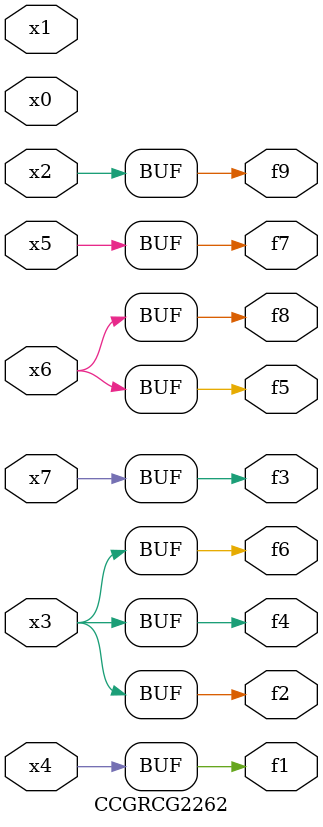
<source format=v>
module CCGRCG2262(
	input x0, x1, x2, x3, x4, x5, x6, x7,
	output f1, f2, f3, f4, f5, f6, f7, f8, f9
);
	assign f1 = x4;
	assign f2 = x3;
	assign f3 = x7;
	assign f4 = x3;
	assign f5 = x6;
	assign f6 = x3;
	assign f7 = x5;
	assign f8 = x6;
	assign f9 = x2;
endmodule

</source>
